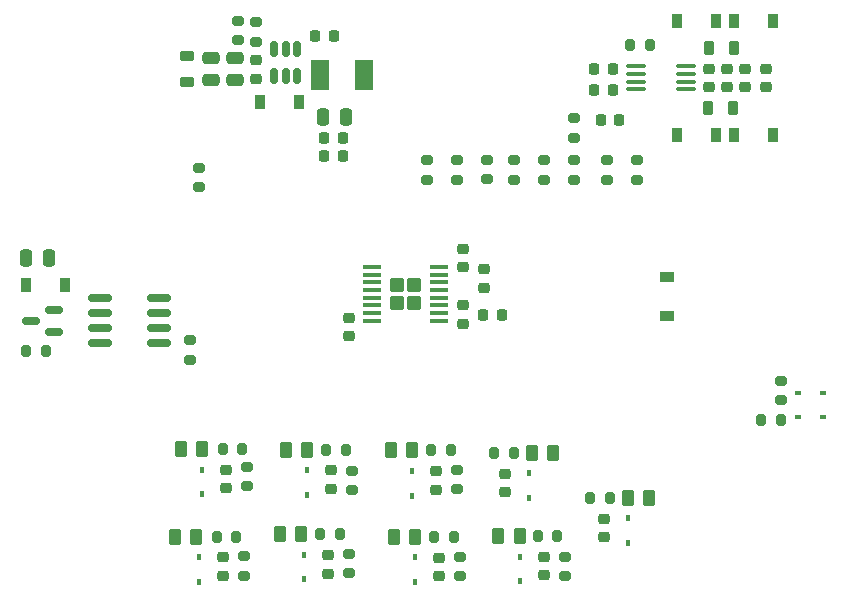
<source format=gtp>
G04 #@! TF.GenerationSoftware,KiCad,Pcbnew,(6.0.0)*
G04 #@! TF.CreationDate,2022-01-06T20:39:03+01:00*
G04 #@! TF.ProjectId,soar_audio,736f6172-5f61-4756-9469-6f2e6b696361,v1.0*
G04 #@! TF.SameCoordinates,Original*
G04 #@! TF.FileFunction,Paste,Top*
G04 #@! TF.FilePolarity,Positive*
%FSLAX46Y46*%
G04 Gerber Fmt 4.6, Leading zero omitted, Abs format (unit mm)*
G04 Created by KiCad (PCBNEW (6.0.0)) date 2022-01-06 20:39:03*
%MOMM*%
%LPD*%
G01*
G04 APERTURE LIST*
G04 Aperture macros list*
%AMRoundRect*
0 Rectangle with rounded corners*
0 $1 Rounding radius*
0 $2 $3 $4 $5 $6 $7 $8 $9 X,Y pos of 4 corners*
0 Add a 4 corners polygon primitive as box body*
4,1,4,$2,$3,$4,$5,$6,$7,$8,$9,$2,$3,0*
0 Add four circle primitives for the rounded corners*
1,1,$1+$1,$2,$3*
1,1,$1+$1,$4,$5*
1,1,$1+$1,$6,$7*
1,1,$1+$1,$8,$9*
0 Add four rect primitives between the rounded corners*
20,1,$1+$1,$2,$3,$4,$5,0*
20,1,$1+$1,$4,$5,$6,$7,0*
20,1,$1+$1,$6,$7,$8,$9,0*
20,1,$1+$1,$8,$9,$2,$3,0*%
G04 Aperture macros list end*
%ADD10RoundRect,0.100000X0.675000X0.100000X-0.675000X0.100000X-0.675000X-0.100000X0.675000X-0.100000X0*%
%ADD11RoundRect,0.250001X0.354999X0.354999X-0.354999X0.354999X-0.354999X-0.354999X0.354999X-0.354999X0*%
%ADD12RoundRect,0.225000X-0.250000X0.225000X-0.250000X-0.225000X0.250000X-0.225000X0.250000X0.225000X0*%
%ADD13RoundRect,0.225000X0.225000X0.250000X-0.225000X0.250000X-0.225000X-0.250000X0.225000X-0.250000X0*%
%ADD14RoundRect,0.225000X0.250000X-0.225000X0.250000X0.225000X-0.250000X0.225000X-0.250000X-0.225000X0*%
%ADD15R,0.900000X1.200000*%
%ADD16RoundRect,0.200000X-0.275000X0.200000X-0.275000X-0.200000X0.275000X-0.200000X0.275000X0.200000X0*%
%ADD17RoundRect,0.225000X-0.225000X-0.250000X0.225000X-0.250000X0.225000X0.250000X-0.225000X0.250000X0*%
%ADD18RoundRect,0.150000X0.825000X0.150000X-0.825000X0.150000X-0.825000X-0.150000X0.825000X-0.150000X0*%
%ADD19RoundRect,0.200000X-0.200000X-0.275000X0.200000X-0.275000X0.200000X0.275000X-0.200000X0.275000X0*%
%ADD20RoundRect,0.250000X0.262500X0.450000X-0.262500X0.450000X-0.262500X-0.450000X0.262500X-0.450000X0*%
%ADD21R,0.450000X0.600000*%
%ADD22RoundRect,0.250000X-0.250000X-0.475000X0.250000X-0.475000X0.250000X0.475000X-0.250000X0.475000X0*%
%ADD23RoundRect,0.250000X-0.475000X0.250000X-0.475000X-0.250000X0.475000X-0.250000X0.475000X0.250000X0*%
%ADD24RoundRect,0.250000X-0.262500X-0.450000X0.262500X-0.450000X0.262500X0.450000X-0.262500X0.450000X0*%
%ADD25RoundRect,0.200000X0.275000X-0.200000X0.275000X0.200000X-0.275000X0.200000X-0.275000X-0.200000X0*%
%ADD26RoundRect,0.100000X-0.712500X-0.100000X0.712500X-0.100000X0.712500X0.100000X-0.712500X0.100000X0*%
%ADD27R,0.600000X0.450000*%
%ADD28RoundRect,0.218750X-0.218750X-0.381250X0.218750X-0.381250X0.218750X0.381250X-0.218750X0.381250X0*%
%ADD29RoundRect,0.200000X0.200000X0.275000X-0.200000X0.275000X-0.200000X-0.275000X0.200000X-0.275000X0*%
%ADD30RoundRect,0.250000X0.250000X0.475000X-0.250000X0.475000X-0.250000X-0.475000X0.250000X-0.475000X0*%
%ADD31RoundRect,0.218750X0.381250X-0.218750X0.381250X0.218750X-0.381250X0.218750X-0.381250X-0.218750X0*%
%ADD32RoundRect,0.150000X-0.150000X0.512500X-0.150000X-0.512500X0.150000X-0.512500X0.150000X0.512500X0*%
%ADD33R,1.500000X2.500000*%
%ADD34RoundRect,0.150000X0.587500X0.150000X-0.587500X0.150000X-0.587500X-0.150000X0.587500X-0.150000X0*%
%ADD35R,1.200000X0.900000*%
G04 APERTURE END LIST*
D10*
X143083000Y-93969000D03*
X143083000Y-93319000D03*
X143083000Y-92669000D03*
X143083000Y-92019000D03*
X143083000Y-91369000D03*
X143083000Y-90719000D03*
X143083000Y-90069000D03*
X143083000Y-89419000D03*
X137333000Y-89419000D03*
X137333000Y-90069000D03*
X137333000Y-90719000D03*
X137333000Y-91369000D03*
X137333000Y-92019000D03*
X137333000Y-92669000D03*
X137333000Y-93319000D03*
X137333000Y-93969000D03*
D11*
X140958000Y-92444000D03*
X140958000Y-90944000D03*
X139458000Y-92444000D03*
X139458000Y-90944000D03*
D12*
X145034000Y-87884000D03*
X145034000Y-89434000D03*
D13*
X148336000Y-93472000D03*
X146786000Y-93472000D03*
D12*
X146812000Y-89636000D03*
X146812000Y-91186000D03*
X135382000Y-93726000D03*
X135382000Y-95276000D03*
X145034000Y-92684000D03*
X145034000Y-94234000D03*
D14*
X143002000Y-115596000D03*
X143002000Y-114046000D03*
D15*
X166496000Y-68580000D03*
X163196000Y-68580000D03*
D12*
X170688000Y-72631000D03*
X170688000Y-74181000D03*
D16*
X121920000Y-95632000D03*
X121920000Y-97282000D03*
D17*
X133337000Y-78486000D03*
X134887000Y-78486000D03*
D18*
X119315000Y-95885000D03*
X119315000Y-94615000D03*
X119315000Y-93345000D03*
X119315000Y-92075000D03*
X114365000Y-92075000D03*
X114365000Y-93345000D03*
X114365000Y-94615000D03*
X114365000Y-95885000D03*
D14*
X124968000Y-108167000D03*
X124968000Y-106617000D03*
D16*
X144526000Y-106617000D03*
X144526000Y-108267000D03*
D19*
X151384000Y-112205000D03*
X153034000Y-112205000D03*
D20*
X152701000Y-105156000D03*
X150876000Y-105156000D03*
D21*
X122936000Y-108683000D03*
X122936000Y-106583000D03*
D22*
X108082000Y-88646000D03*
X109982000Y-88646000D03*
D21*
X140970000Y-116112000D03*
X140970000Y-114012000D03*
D13*
X134125000Y-69850000D03*
X132575000Y-69850000D03*
D23*
X125730000Y-71694000D03*
X125730000Y-73594000D03*
D24*
X121158000Y-104839000D03*
X122983000Y-104839000D03*
D25*
X157226000Y-82042000D03*
X157226000Y-80392000D03*
D15*
X131190000Y-75438000D03*
X127890000Y-75438000D03*
D21*
X159004000Y-112810000D03*
X159004000Y-110710000D03*
D13*
X134887000Y-80010000D03*
X133337000Y-80010000D03*
D19*
X142368000Y-104965000D03*
X144018000Y-104965000D03*
D16*
X153670000Y-113983000D03*
X153670000Y-115633000D03*
X135382000Y-113729000D03*
X135382000Y-115379000D03*
D20*
X160829000Y-108966000D03*
X159004000Y-108966000D03*
D14*
X127508000Y-73485000D03*
X127508000Y-71935000D03*
D16*
X147066000Y-80329000D03*
X147066000Y-81979000D03*
D19*
X133478000Y-104902000D03*
X135128000Y-104902000D03*
D14*
X156972000Y-112281000D03*
X156972000Y-110731000D03*
X148590000Y-108484000D03*
X148590000Y-106934000D03*
D16*
X144526000Y-80392000D03*
X144526000Y-82042000D03*
D26*
X159732000Y-72431000D03*
X159732000Y-73081000D03*
X159732000Y-73731000D03*
X159732000Y-74381000D03*
X163957000Y-74381000D03*
X163957000Y-73731000D03*
X163957000Y-73081000D03*
X163957000Y-72431000D03*
D27*
X173448000Y-102108000D03*
X175548000Y-102108000D03*
D13*
X157747000Y-72644000D03*
X156197000Y-72644000D03*
D19*
X147702000Y-105156000D03*
X149352000Y-105156000D03*
D16*
X126492000Y-113920000D03*
X126492000Y-115570000D03*
X159766000Y-80392000D03*
X159766000Y-82042000D03*
D25*
X154432000Y-78486000D03*
X154432000Y-76836000D03*
D15*
X171322000Y-78232000D03*
X168022000Y-78232000D03*
D23*
X123698000Y-71694000D03*
X123698000Y-73594000D03*
D28*
X165908500Y-70866000D03*
X168033500Y-70866000D03*
D16*
X125984000Y-68580000D03*
X125984000Y-70230000D03*
D20*
X141017000Y-112268000D03*
X139192000Y-112268000D03*
D17*
X156184000Y-74422000D03*
X157734000Y-74422000D03*
D25*
X171958000Y-100710000D03*
X171958000Y-99060000D03*
D21*
X149860000Y-116049000D03*
X149860000Y-113949000D03*
D19*
X124206000Y-112268000D03*
X125856000Y-112268000D03*
D16*
X141986000Y-80392000D03*
X141986000Y-82042000D03*
D14*
X133604000Y-115405000D03*
X133604000Y-113855000D03*
D24*
X138938000Y-104965000D03*
X140763000Y-104965000D03*
D16*
X151892000Y-80392000D03*
X151892000Y-82042000D03*
D19*
X142622000Y-112268000D03*
X144272000Y-112268000D03*
D29*
X109728000Y-96520000D03*
X108078000Y-96520000D03*
D21*
X131826000Y-108746000D03*
X131826000Y-106646000D03*
D29*
X160891500Y-70612000D03*
X159241500Y-70612000D03*
D21*
X150622000Y-109000000D03*
X150622000Y-106900000D03*
D15*
X108078000Y-90932000D03*
X111378000Y-90932000D03*
D14*
X165908500Y-74194000D03*
X165908500Y-72644000D03*
D30*
X135128000Y-76708000D03*
X133228000Y-76708000D03*
D14*
X124714000Y-115570000D03*
X124714000Y-114020000D03*
D16*
X154432000Y-80392000D03*
X154432000Y-82042000D03*
D21*
X122682000Y-116112000D03*
X122682000Y-114012000D03*
D16*
X149352000Y-80392000D03*
X149352000Y-82042000D03*
D31*
X121666000Y-73726000D03*
X121666000Y-71601000D03*
D14*
X168956500Y-74194000D03*
X168956500Y-72644000D03*
D32*
X130998000Y-70998500D03*
X130048000Y-70998500D03*
X129098000Y-70998500D03*
X129098000Y-73273500D03*
X130048000Y-73273500D03*
X130998000Y-73273500D03*
D24*
X130048000Y-104902000D03*
X131873000Y-104902000D03*
D19*
X170308000Y-102362000D03*
X171958000Y-102362000D03*
D14*
X133858000Y-108204000D03*
X133858000Y-106654000D03*
D33*
X132952000Y-73152000D03*
X136652000Y-73152000D03*
D21*
X131572000Y-115887000D03*
X131572000Y-113787000D03*
D19*
X155830000Y-108966000D03*
X157480000Y-108966000D03*
D13*
X158268000Y-76962000D03*
X156718000Y-76962000D03*
D14*
X151892000Y-115533000D03*
X151892000Y-113983000D03*
D21*
X140716000Y-108809000D03*
X140716000Y-106709000D03*
D19*
X132970000Y-112077000D03*
X134620000Y-112077000D03*
D27*
X173448000Y-100076000D03*
X175548000Y-100076000D03*
D25*
X127508000Y-70358000D03*
X127508000Y-68708000D03*
D34*
X110411500Y-94930000D03*
X110411500Y-93030000D03*
X108536500Y-93980000D03*
D15*
X171322000Y-68580000D03*
X168022000Y-68580000D03*
D24*
X129540000Y-112077000D03*
X131365000Y-112077000D03*
D35*
X162306000Y-93598000D03*
X162306000Y-90298000D03*
D14*
X142748000Y-108293000D03*
X142748000Y-106743000D03*
D20*
X149860000Y-112205000D03*
X148035000Y-112205000D03*
D15*
X166496000Y-78232000D03*
X163196000Y-78232000D03*
D25*
X122682000Y-82676000D03*
X122682000Y-81026000D03*
D28*
X165815500Y-75946000D03*
X167940500Y-75946000D03*
D16*
X126746000Y-106363000D03*
X126746000Y-108013000D03*
D14*
X167432500Y-74194000D03*
X167432500Y-72644000D03*
D19*
X124714000Y-104839000D03*
X126364000Y-104839000D03*
D16*
X144780000Y-113983000D03*
X144780000Y-115633000D03*
X135636000Y-106680000D03*
X135636000Y-108330000D03*
D24*
X120650000Y-112268000D03*
X122475000Y-112268000D03*
M02*

</source>
